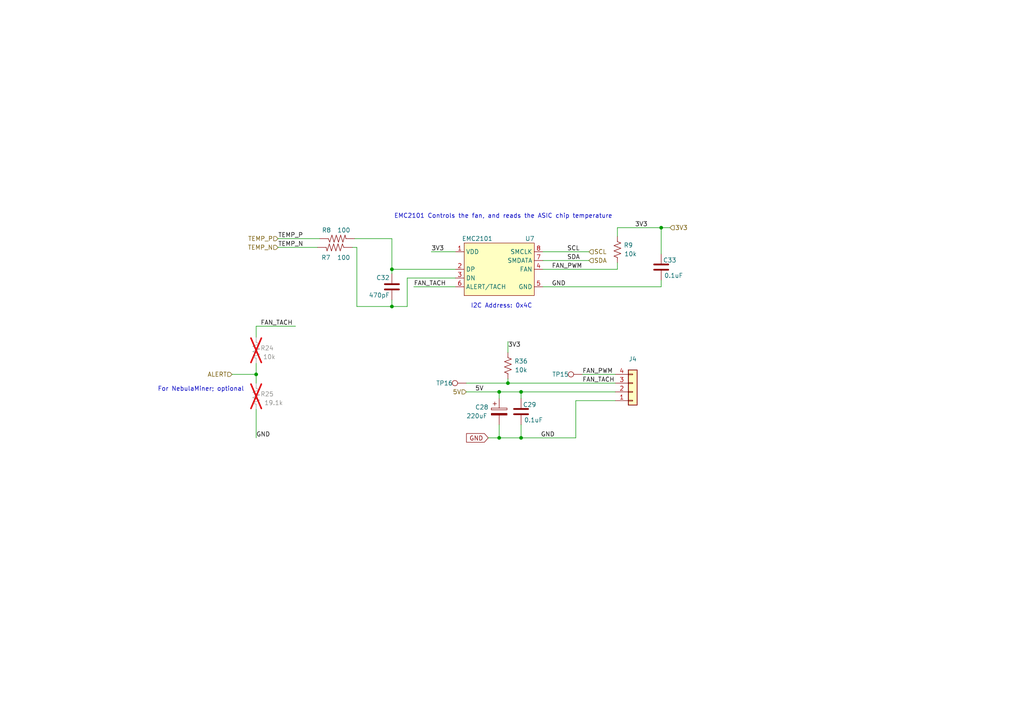
<source format=kicad_sch>
(kicad_sch (version 20231120) (generator "eeschema") (generator_version "8.0")
  (paper "A4")
  (lib_symbols
    (symbol "Connector:TestPoint" (pin_numbers hide) (pin_names (offset 0.762) hide)
      (property "Reference" "TP" (at 0 6.858 0))
      (property "Value" "TestPoint" (at 0 5.08 0))
      (symbol "TestPoint_0_1"
        (circle (center 0 3.302) (radius 0.762))
      )
      (symbol "TestPoint_1_1"
        (pin passive line (at 0 0 90) (length 2.54) (name "1") (number "1"))
      )
    )
    (symbol "Connector_Generic:Conn_01x04" (pin_names (offset 1.016) hide)
      (property "Reference" "J" (at 0 5.08 0))
      (property "Value" "Conn_01x04" (at 0 -7.62 0))
      (symbol "Conn_01x04_1_1"
        (rectangle (start -1.27 -4.953) (end 0 -5.207) (stroke (width 0.1524)))
        (rectangle (start -1.27 -2.413) (end 0 -2.667) (stroke (width 0.1524)))
        (rectangle (start -1.27 0.127) (end 0 -0.127) (stroke (width 0.1524)))
        (rectangle (start -1.27 2.667) (end 0 2.413) (stroke (width 0.1524)))
        (rectangle (start -1.27 3.81) (end 1.27 -6.35) (stroke (width 0.254)) (fill (type background)))
        (pin passive line (at -5.08 2.54 0) (length 3.81) (name "Pin_1") (number "1"))
        (pin passive line (at -5.08 0 0) (length 3.81) (name "Pin_2") (number "2"))
        (pin passive line (at -5.08 -2.54 0) (length 3.81) (name "Pin_3") (number "3"))
        (pin passive line (at -5.08 -5.08 0) (length 3.81) (name "Pin_4") (number "4"))
      )
    )
    (symbol "DayMiner-eagle-import:RESISTOR0402-RES"
      (property "Reference" "R" (at -3.81 1.4986 0))
      (property "Value" "RESISTOR0402-RES" (at -3.81 -3.302 0))
      (symbol "RESISTOR0402-RES_1_0"
        (polyline (pts (xy -2.54 0) (xy -2.159 1.016)) (stroke (width 0.1524)))
        (polyline (pts (xy -2.159 1.016) (xy -1.524 -1.016)) (stroke (width 0.1524)))
        (polyline (pts (xy -1.524 -1.016) (xy -0.889 1.016)) (stroke (width 0.1524)))
        (polyline (pts (xy -0.889 1.016) (xy -0.254 -1.016)) (stroke (width 0.1524)))
        (polyline (pts (xy -0.254 -1.016) (xy 0.381 1.016)) (stroke (width 0.1524)))
        (polyline (pts (xy 0.381 1.016) (xy 1.016 -1.016)) (stroke (width 0.1524)))
        (polyline (pts (xy 1.016 -1.016) (xy 1.651 1.016)) (stroke (width 0.1524)))
        (polyline (pts (xy 1.651 1.016) (xy 2.286 -1.016)) (stroke (width 0.1524)))
        (polyline (pts (xy 2.286 -1.016) (xy 2.54 0)) (stroke (width 0.1524)))
        (pin passive line (at -5.08 0 0) (length 2.54) (name "1") (number "1"))
        (pin passive line (at 5.08 0 180) (length 2.54) (name "2") (number "2"))
      )
    )
    (symbol "Device:C" (pin_numbers hide) (pin_names (offset 0.254))
      (property "Reference" "C" (at 0.635 2.54 0))
      (property "Value" "C" (at 0.635 -2.54 0))
      (symbol "C_0_1"
        (polyline (pts (xy -2.032 -0.762) (xy 2.032 -0.762)) (stroke (width 0.508)))
        (polyline (pts (xy -2.032 0.762) (xy 2.032 0.762)) (stroke (width 0.508)))
      )
      (symbol "C_1_1"
        (pin passive line (at 0 3.81 270) (length 2.794) (name "~") (number "1"))
        (pin passive line (at 0 -3.81 90) (length 2.794) (name "~") (number "2"))
      )
    )
    (symbol "Device:C_Polarized" (pin_numbers hide) (pin_names (offset 0.254))
      (property "Reference" "C" (at 0.635 2.54 0))
      (property "Value" "C_Polarized" (at 0.635 -2.54 0))
      (symbol "C_Polarized_0_1"
        (rectangle (start -2.286 0.508) (end 2.286 1.016))
        (polyline (pts (xy -1.778 2.286) (xy -0.762 2.286)))
        (polyline (pts (xy -1.27 2.794) (xy -1.27 1.778)))
        (rectangle (start 2.286 -0.508) (end -2.286 -1.016) (fill (type outline)))
      )
      (symbol "C_Polarized_1_1"
        (pin passive line (at 0 3.81 270) (length 2.794) (name "~") (number "1"))
        (pin passive line (at 0 -3.81 90) (length 2.794) (name "~") (number "2"))
      )
    )
    (symbol "Device:R_US" (pin_numbers hide) (pin_names (offset 0))
      (property "Reference" "R" (at 2.54 0 90))
      (property "Value" "R_US" (at -2.54 0 90))
      (symbol "R_US_0_1"
        (polyline (pts (xy 0 -2.286) (xy 0 -2.54)))
        (polyline (pts (xy 0 2.286) (xy 0 2.54)))
        (polyline (pts (xy 0 -0.762) (xy 1.016 -1.143) (xy 0 -1.524) (xy -1.016 -1.905) (xy 0 -2.286)))
        (polyline (pts (xy 0 0.762) (xy 1.016 0.381) (xy 0 0) (xy -1.016 -0.381) (xy 0 -0.762)))
        (polyline (pts (xy 0 2.286) (xy 1.016 1.905) (xy 0 1.524) (xy -1.016 1.143) (xy 0 0.762)))
      )
      (symbol "R_US_1_1"
        (pin passive line (at 0 3.81 270) (length 1.27) (name "~") (number "1"))
        (pin passive line (at 0 -3.81 90) (length 1.27) (name "~") (number "2"))
      )
    )
    (symbol "dayminer:EMC2101"
      (property "Reference" "U" (at 8.89 8.89 0))
      (property "Value" "EMC2101" (at -6.35 8.89 0))
      (symbol "EMC2101_0_1"
        (rectangle (start -10.16 7.62) (end 10.16 -7.62) (stroke (width 0.1524)) (fill (type background)))
      )
      (symbol "EMC2101_1_1"
        (pin power_in line (at -12.7 5.08 0) (length 2.54) (name "VDD") (number "1"))
        (pin input line (at -12.7 0 0) (length 2.54) (name "DP") (number "2"))
        (pin input line (at -12.7 -2.54 0) (length 2.54) (name "DN") (number "3"))
        (pin output line (at 12.7 0 180) (length 2.54) (name "FAN") (number "4"))
        (pin power_in line (at 12.7 -5.08 180) (length 2.54) (name "GND") (number "5"))
        (pin input line (at -12.7 -5.08 0) (length 2.54) (name "ALERT/TACH") (number "6"))
        (pin input line (at 12.7 2.54 180) (length 2.54) (name "SMDATA") (number "7"))
        (pin input line (at 12.7 5.08 180) (length 2.54) (name "SMCLK") (number "8"))
      )
    )
  )
  (junction (at 113.665 78.105))
  (junction (at 74.295 108.585))
  (junction (at 191.77 66.04))
  (junction (at 151.13 113.665))
  (junction (at 147.32 111.125))
  (junction (at 144.78 113.665))
  (junction (at 113.665 88.9))
  (junction (at 144.78 127))
  (junction (at 151.13 127))
  (wire (pts (xy 157.48 73.025) (xy 170.815 73.025)))
  (wire (pts (xy 144.78 123.19) (xy 144.78 127)))
  (wire (pts (xy 135.255 111.125) (xy 147.32 111.125)))
  (wire (pts (xy 144.78 127) (xy 151.13 127)))
  (wire (pts (xy 80.645 71.755) (xy 92.075 71.755)))
  (wire (pts (xy 103.505 88.9) (xy 113.665 88.9)))
  (wire (pts (xy 179.07 66.04) (xy 191.77 66.04)))
  (wire (pts (xy 113.665 69.215) (xy 102.87 69.215)))
  (wire (pts (xy 194.31 66.04) (xy 191.77 66.04)))
  (wire (pts (xy 80.645 69.215) (xy 92.71 69.215)))
  (wire (pts (xy 120.015 83.185) (xy 132.08 83.185)))
  (wire (pts (xy 147.32 111.125) (xy 178.435 111.125)))
  (wire (pts (xy 147.32 99.06) (xy 147.32 102.235)))
  (wire (pts (xy 157.48 75.565) (xy 170.815 75.565)))
  (wire (pts (xy 144.78 113.665) (xy 151.13 113.665)))
  (wire (pts (xy 167.005 116.205) (xy 167.005 127)))
  (wire (pts (xy 132.08 78.105) (xy 113.665 78.105)))
  (wire (pts (xy 125.095 73.025) (xy 132.08 73.025)))
  (wire (pts (xy 118.11 88.9) (xy 118.11 80.645)))
  (wire (pts (xy 191.77 81.28) (xy 191.77 83.185)))
  (wire (pts (xy 103.505 71.755) (xy 102.235 71.755)))
  (wire (pts (xy 113.665 78.105) (xy 113.665 79.375)))
  (wire (pts (xy 74.295 105.41) (xy 74.295 108.585)))
  (wire (pts (xy 191.77 66.04) (xy 191.77 73.66)))
  (wire (pts (xy 113.665 78.105) (xy 113.665 69.215)))
  (wire (pts (xy 179.07 66.04) (xy 179.07 68.58)))
  (wire (pts (xy 151.13 113.665) (xy 151.13 115.57)))
  (wire (pts (xy 113.665 88.9) (xy 118.11 88.9)))
  (wire (pts (xy 179.07 78.105) (xy 179.07 76.2)))
  (wire (pts (xy 74.295 108.585) (xy 74.295 111.125)))
  (wire (pts (xy 167.005 116.205) (xy 178.435 116.205)))
  (wire (pts (xy 103.505 71.755) (xy 103.505 88.9)))
  (wire (pts (xy 168.91 108.585) (xy 178.435 108.585)))
  (wire (pts (xy 151.13 113.665) (xy 178.435 113.665)))
  (wire (pts (xy 67.31 108.585) (xy 74.295 108.585)))
  (wire (pts (xy 157.48 83.185) (xy 191.77 83.185)))
  (wire (pts (xy 147.32 109.855) (xy 147.32 111.125)))
  (wire (pts (xy 74.295 97.79) (xy 74.295 94.615)))
  (wire (pts (xy 157.48 78.105) (xy 179.07 78.105)))
  (wire (pts (xy 135.255 113.665) (xy 144.78 113.665)))
  (wire (pts (xy 132.08 80.645) (xy 118.11 80.645)))
  (wire (pts (xy 141.605 127) (xy 144.78 127)))
  (wire (pts (xy 144.78 113.665) (xy 144.78 115.57)))
  (wire (pts (xy 151.13 127) (xy 167.005 127)))
  (wire (pts (xy 113.665 86.995) (xy 113.665 88.9)))
  (wire (pts (xy 74.295 94.615) (xy 85.725 94.615)))
  (wire (pts (xy 151.13 123.19) (xy 151.13 127)))
  (wire (pts (xy 74.295 118.745) (xy 74.295 127)))
  (text "For NebulaMiner; optional" (at 45.72 113.665 0) (effects (font (size 1.27 1.27)) (justify left bottom)))
  (text "EMC2101 Controls the fan, and reads the ASIC chip temperature" (at 114.3 63.5 0) (effects (font (size 1.27 1.27)) (justify left bottom)))
  (text "I2C Address: 0x4C" (at 136.525 89.535 0) (effects (font (size 1.27 1.27)) (justify left bottom)))
  (label "GND" (at 74.295 127 0))
  (label "FAN_PWM" (at 160.02 78.105 0))
  (label "TEMP_P" (at 80.645 69.215 0))
  (label "GND" (at 160.02 83.185 0))
  (label "SCL" (at 164.465 73.025 0))
  (label "FAN_TACH" (at 120.015 83.185 0))
  (label "GND" (at 156.845 127 0))
  (label "3V3" (at 147.32 100.965 0))
  (label "FAN_PWM" (at 168.91 108.585 0))
  (label "3V3" (at 184.15 66.04 0))
  (label "3V3" (at 125.095 73.025 0))
  (label "TEMP_N" (at 80.645 71.755 0))
  (label "5V" (at 137.795 113.665 0))
  (label "SDA" (at 164.465 75.565 0))
  (label "FAN_TACH" (at 75.565 94.615 0))
  (label "FAN_TACH" (at 168.91 111.125 0))
  (global_label "GND" (shape input) (at 141.605 127 180) (property "Intersheetrefs" "${INTERSHEET_REFS}" (effects (hide yes))))
  (hierarchical_label "5V" (shape input) (at 135.255 113.665 180))
  (hierarchical_label "TEMP_P" (shape input) (at 80.645 69.215 180))
  (hierarchical_label "ALERT" (shape input) (at 67.31 108.585 180))
  (hierarchical_label "SCL" (shape input) (at 170.815 73.025 0))
  (hierarchical_label "TEMP_N" (shape input) (at 80.645 71.755 180))
  (hierarchical_label "SDA" (shape input) (at 170.815 75.565 0))
  (hierarchical_label "3V3" (shape input) (at 194.31 66.04 0))
  (symbol (lib_id "Connector:TestPoint") (at 168.91 108.585 90) (mirror x) (unit 1) (in_bom no)
    (property "Reference" "TP15" (at 162.56 108.585 90))
    (property "Value" "TestPoint" (effects (hide yes)))
    (property "Footprint" "TestPoint:TestPoint_Pad_D1.5mm" (effects (hide yes)))
  )
  (symbol (lib_id "Device:R_US") (at 147.32 106.045 180) (unit 1)
    (property "Reference" "R36" (at 151.13 104.775 0))
    (property "Value" "10k" (at 151.13 107.315 0))
    (property "Footprint" "Resistor_SMD:R_0402_1005Metric" (effects (hide yes)))
    (property "DK" "311-10KJRCT-ND" (effects (hide yes)))
    (property "PARTNO" "RC0402JR-0710KL" (effects (hide yes)))
  )
  (symbol (lib_id "Device:C") (at 191.77 77.47 0) (mirror y) (unit 1)
    (property "Reference" "C33" (at 196.215 76.2 0) (effects (justify left bottom)))
    (property "Value" "0.1uF" (at 198.12 80.645 0) (effects (justify left bottom)))
    (property "Footprint" "Capacitor_SMD:C_0402_1005Metric" (effects (hide yes)))
    (property "DK" "1292-1639-1-ND" (effects (hide yes)))
    (property "PARTNO" "0402X104K100CT" (effects (hide yes)))
  )
  (symbol (lib_id "Device:C") (at 151.13 119.38 0) (mirror y) (unit 1)
    (property "Reference" "C29" (at 155.575 118.11 0) (effects (justify left bottom)))
    (property "Value" "0.1uF" (at 157.48 122.555 0) (effects (justify left bottom)))
    (property "Footprint" "Capacitor_SMD:C_0402_1005Metric" (effects (hide yes)))
    (property "DK" "1292-1639-1-ND" (effects (hide yes)))
    (property "PARTNO" "0402X104K100CT" (effects (hide yes)))
  )
  (symbol (lib_id "Device:R_US") (at 74.295 101.6 180) (unit 1) (dnp yes)
    (property "Reference" "R24" (at 77.47 100.965 0))
    (property "Value" "10k" (at 78.105 103.505 0))
    (property "Footprint" "Resistor_SMD:R_0402_1005Metric" (effects (hide yes)))
    (property "DK" "311-10KJRCT-ND" (effects (hide yes)))
    (property "PARTNO" "RC0402JR-0710KL" (effects (hide yes)))
  )
  (symbol (lib_id "DayMiner-eagle-import:RESISTOR0402-RES") (at 97.79 69.215 0) (mirror x) (unit 1)
    (property "Reference" "R8" (at 93.345 66.04 0) (effects (justify left bottom)))
    (property "Value" "100" (at 97.79 66.04 0) (effects (justify left bottom)))
    (property "Footprint" "Resistor_SMD:R_0402_1005Metric" (effects (hide yes)))
    (property "DK" "RMCF0402FT100RCT-ND" (effects (hide yes)))
    (property "PARTNO" "RMCF0402FT100R" (effects (hide yes)))
  )
  (symbol (lib_id "Connector_Generic:Conn_01x04") (at 183.515 113.665 0) (mirror x) (unit 1)
    (property "Reference" "J4" (at 183.515 104.14 0))
    (property "Value" "Conn_01x04" (effects (hide yes)))
    (property "Footprint" "bitaxe:470531000" (effects (hide yes)))
    (property "PARTNO" "0470531000" (effects (hide yes)))
    (property "DK" "WM4330-ND" (effects (hide yes)))
  )
  (symbol (lib_id "Device:R_US") (at 74.295 114.935 180) (unit 1) (dnp yes)
    (property "Reference" "R25" (at 77.47 114.3 0))
    (property "Value" "19.1k" (at 79.375 116.84 0))
    (property "Footprint" "Resistor_SMD:R_0402_1005Metric" (effects (hide yes)))
    (property "DK" "YAG3027CT-ND" (effects (hide yes)))
    (property "PARTNO" "RC0402FR-0719R1L" (effects (hide yes)))
  )
  (symbol (lib_id "Device:C") (at 113.665 83.185 0) (mirror y) (unit 1)
    (property "Reference" "C32" (at 113.03 81.28 0) (effects (justify left bottom)))
    (property "Value" "470pF" (at 113.03 86.36 0) (effects (justify left bottom)))
    (property "Footprint" "Capacitor_SMD:C_0402_1005Metric" (effects (hide yes)))
    (property "DK" "1276-1566-1-ND" (effects (hide yes)))
    (property "PARTNO" "CL05B471KB5NNNC" (effects (hide yes)))
  )
  (symbol (lib_id "Connector:TestPoint") (at 135.255 111.125 90) (mirror x) (unit 1) (in_bom no)
    (property "Reference" "TP16" (at 128.905 111.125 90))
    (property "Value" "TestPoint" (effects (hide yes)))
    (property "Footprint" "TestPoint:TestPoint_Pad_D1.5mm" (effects (hide yes)))
  )
  (symbol (lib_id "DayMiner-eagle-import:RESISTOR0402-RES") (at 97.155 71.755 0) (mirror y) (unit 1)
    (property "Reference" "R7" (at 95.885 75.435 0) (effects (justify left bottom)))
    (property "Value" "100" (at 101.6 75.435 0) (effects (justify left bottom)))
    (property "Footprint" "Resistor_SMD:R_0402_1005Metric" (effects (hide yes)))
    (property "DK" "RMCF0402FT100RCT-ND" (effects (hide yes)))
    (property "PARTNO" "RMCF0402FT100R" (effects (hide yes)))
  )
  (symbol (lib_id "Device:C_Polarized") (at 144.78 119.38 0) (unit 1)
    (property "Reference" "C28" (at 137.795 118.11 0) (effects (justify left)))
    (property "Value" "220uF" (at 135.255 120.65 0) (effects (justify left)))
    (property "Footprint" "Capacitor_SMD:CP_Elec_6.3x7.7" (effects (hide yes)))
    (property "DK" "732-8422-1-ND" (effects (hide yes)))
    (property "PARTNO" "865080345012" (effects (hide yes)))
  )
  (symbol (lib_id "Device:R_US") (at 179.07 72.39 180) (unit 1)
    (property "Reference" "R9" (at 182.245 71.12 0))
    (property "Value" "10k" (at 182.88 73.66 0))
    (property "Footprint" "Resistor_SMD:R_0402_1005Metric" (effects (hide yes)))
    (property "DK" "311-10KJRCT-ND" (effects (hide yes)))
    (property "PARTNO" "RC0402JR-0710KL" (effects (hide yes)))
  )
  (symbol (lib_id "dayminer:EMC2101") (at 144.78 78.105 0) (unit 1)
    (property "Reference" "U7" (at 153.67 69.215 0))
    (property "Value" "EMC2101" (at 138.43 69.215 0))
    (property "Footprint" "Package_SO:TSSOP-8_3x3mm_P0.65mm" (effects (hide yes)))
    (property "Datasheet" "https://ww1.microchip.com/downloads/en/DeviceDoc/2101.pdf" (effects (hide yes)))
    (property "DK" "EMC2101-R-ACZL-CT-ND" (effects (hide yes)))
    (property "PARTNO" "EMC2101-R-ACZL-TR" (effects (hide yes)))
  )
)
</source>
